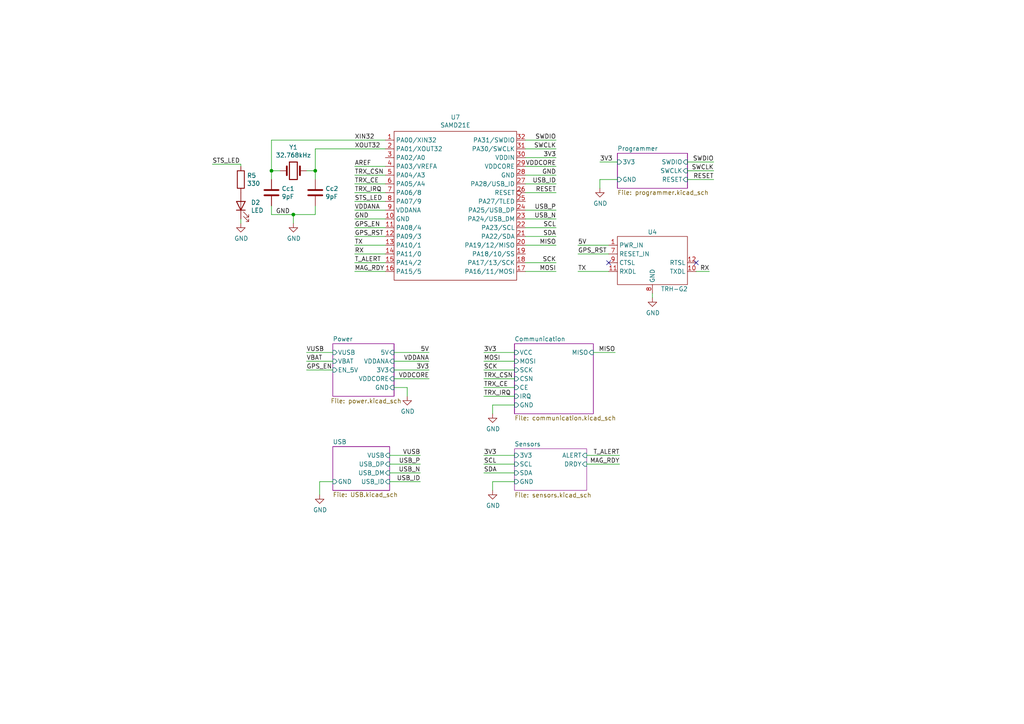
<source format=kicad_sch>
(kicad_sch (version 20200512) (host eeschema "5.99.0-unknown-57e35c9~88~ubuntu19.10.1")
  (page 1 6)
  (paper "A4")
  (lib_symbols
    (symbol "Device:C" (pin_numbers hide) (pin_names (offset 0.254))
      (property "Reference" "C" (at 0.635 2.54 0))
      (property "Value" "C" (at 0.635 -2.54 0))
      (symbol "C_0_1"
        (polyline (pts (xy -2.032 -0.762) (xy 2.032 -0.762)) (stroke (width 0.508)))
        (polyline (pts (xy -2.032 0.762) (xy 2.032 0.762)) (stroke (width 0.508)))
      )
      (symbol "C_1_1"
        (pin passive line (at 0 3.81 270) (length 2.794) (name "~") (number "1"))
        (pin passive line (at 0 -3.81 90) (length 2.794) (name "~") (number "2"))
      )
    )
    (symbol "Device:Crystal" (pin_numbers hide) (pin_names hide)
      (property "Reference" "Y" (at 0 3.81 0))
      (property "Value" "Crystal" (at 0 -3.81 0))
      (symbol "Crystal_0_1"
        (rectangle (start -1.143 2.54) (end 1.143 -2.54) (stroke (width 0.3048)))
        (polyline (pts (xy -2.54 0) (xy -1.905 0)))
        (polyline (pts (xy -1.905 -1.27) (xy -1.905 1.27)) (stroke (width 0.508)))
        (polyline (pts (xy 1.905 -1.27) (xy 1.905 1.27)) (stroke (width 0.508)))
        (polyline (pts (xy 2.54 0) (xy 1.905 0)))
      )
      (symbol "Crystal_1_1"
        (pin passive line (at -3.81 0 0) (length 1.27) (name "1") (number "1"))
        (pin passive line (at 3.81 0 180) (length 1.27) (name "2") (number "2"))
      )
    )
    (symbol "Device:LED" (pin_numbers hide) (pin_names hide)
      (property "Reference" "D" (at 0 2.54 0))
      (property "Value" "LED" (at 0 -2.54 0))
      (symbol "LED_0_1"
        (polyline (pts (xy -1.27 -1.27) (xy -1.27 1.27)) (stroke (width 0.254)))
        (polyline (pts (xy -1.27 0) (xy 1.27 0)))
        (polyline (pts (xy 1.27 -1.27) (xy 1.27 1.27) (xy -1.27 0) (xy 1.27 -1.27)) (stroke (width 0.254)))
        (polyline (pts (xy -3.048 -0.762) (xy -4.572 -2.286) (xy -3.81 -2.286) (xy -4.572 -2.286) (xy -4.572 -1.524)))
        (polyline (pts (xy -1.778 -0.762) (xy -3.302 -2.286) (xy -2.54 -2.286) (xy -3.302 -2.286) (xy -3.302 -1.524)))
      )
      (symbol "LED_1_1"
        (pin passive line (at -3.81 0 0) (length 2.54) (name "K") (number "1"))
        (pin passive line (at 3.81 0 180) (length 2.54) (name "A") (number "2"))
      )
    )
    (symbol "Device:R" (pin_numbers hide) (pin_names (offset 0))
      (property "Reference" "R" (at 2.032 0 90))
      (property "Value" "R" (at 0 0 90))
      (symbol "R_0_1"
        (rectangle (start -1.016 -2.54) (end 1.016 2.54) (stroke (width 0.254)))
      )
      (symbol "R_1_1"
        (pin passive line (at 0 3.81 270) (length 1.27) (name "~") (number "1"))
        (pin passive line (at 0 -3.81 90) (length 1.27) (name "~") (number "2"))
      )
    )
    (symbol "GPS:TRH-G2"
      (property "Reference" "U" (at 0 8.89 0))
      (property "Value" "TRH-G2" (at 6.35 -7.62 0))
      (symbol "TRH-G2_0_1"
        (rectangle (start -10.16 7.62) (end 10.16 -6.35))
      )
      (symbol "TRH-G2_1_1"
        (pin input line (at -12.7 5.08 0) (length 2.54) (name "PWR_IN") (number "1"))
        (pin output line (at 12.7 -2.54 180) (length 2.54) (name "TXDL") (number "10"))
        (pin input line (at -12.7 -2.54 0) (length 2.54) (name "RXDL") (number "11"))
        (pin output line (at 12.7 0 180) (length 2.54) (name "RTSL") (number "12"))
        (pin input line (at -12.7 5.08 0) (length 2.54) hide (name "PWR_IN") (number "2"))
        (pin input line (at 0 -8.89 90) (length 2.54) hide (name "PGND") (number "3"))
        (pin input line (at 0 -8.89 90) (length 2.54) hide (name "PGND") (number "4"))
        (pin input line (at 0 -8.89 90) (length 2.54) hide (name "-") (number "5"))
        (pin input line (at 0 -8.89 90) (length 2.54) hide (name "-") (number "6"))
        (pin input line (at -12.7 2.54 0) (length 2.54) (name "RESET_IN") (number "7"))
        (pin input line (at 0 -8.89 90) (length 2.54) (name "GND") (number "8"))
        (pin input line (at -12.7 0 0) (length 2.54) (name "CTSL") (number "9"))
      )
    )
    (symbol "SAMD21:SAMD21E"
      (property "Reference" "U" (at 0 22.86 0))
      (property "Value" "SAMD21E" (at 0 -22.86 0))
      (symbol "SAMD21E_0_1"
        (rectangle (start -17.78 21.59) (end 17.78 -21.59))
      )
      (symbol "SAMD21E_1_1"
        (pin input line (at -20.32 19.05 0) (length 2.54) (name "PA00/XIN32") (number "1"))
        (pin input line (at -20.32 -3.81 0) (length 2.54) (name "GND") (number "10"))
        (pin bidirectional line (at -20.32 -6.35 0) (length 2.54) (name "PA08/4") (number "11"))
        (pin bidirectional line (at -20.32 -8.89 0) (length 2.54) (name "PA09/3") (number "12"))
        (pin bidirectional line (at -20.32 -11.43 0) (length 2.54) (name "PA10/1") (number "13"))
        (pin bidirectional line (at -20.32 -13.97 0) (length 2.54) (name "PA11/0") (number "14"))
        (pin bidirectional line (at -20.32 -16.51 0) (length 2.54) (name "PA14/2") (number "15"))
        (pin input line (at -20.32 -19.05 0) (length 2.54) (name "PA15/5") (number "16"))
        (pin output line (at 20.32 -19.05 180) (length 2.54) (name "PA16/11/MOSI") (number "17"))
        (pin output line (at 20.32 -16.51 180) (length 2.54) (name "PA17/13/SCK") (number "18"))
        (pin bidirectional line (at 20.32 -13.97 180) (length 2.54) (name "PA18/10/SS") (number "19"))
        (pin input line (at -20.32 16.51 0) (length 2.54) (name "PA01/XOUT32") (number "2"))
        (pin input line (at 20.32 -11.43 180) (length 2.54) (name "PA19/12/MISO") (number "20"))
        (pin bidirectional line (at 20.32 -8.89 180) (length 2.54) (name "PA22/SDA") (number "21"))
        (pin output line (at 20.32 -6.35 180) (length 2.54) (name "PA23/SCL") (number "22"))
        (pin bidirectional line (at 20.32 -3.81 180) (length 2.54) (name "PA24/USB_DM") (number "23"))
        (pin bidirectional line (at 20.32 -1.27 180) (length 2.54) (name "PA25/USB_DP") (number "24"))
        (pin input line (at 20.32 1.27 180) (length 2.54) (name "PA27/TLED") (number "25"))
        (pin input inverted (at 20.32 3.81 180) (length 2.54) (name "RESET") (number "26"))
        (pin bidirectional line (at 20.32 6.35 180) (length 2.54) (name "PA28/USB_ID") (number "27"))
        (pin input line (at 20.32 8.89 180) (length 2.54) (name "GND") (number "28"))
        (pin input line (at 20.32 11.43 180) (length 2.54) (name "VDDCORE") (number "29"))
        (pin bidirectional line (at -20.32 13.97 0) (length 2.54) (name "PA02/A0") (number "3"))
        (pin input line (at 20.32 13.97 180) (length 2.54) (name "VDDIN") (number "30"))
        (pin input line (at 20.32 16.51 180) (length 2.54) (name "PA30/SWCLK") (number "31"))
        (pin input line (at 20.32 19.05 180) (length 2.54) (name "PA31/SWDIO") (number "32"))
        (pin input line (at -20.32 11.43 0) (length 2.54) (name "PA03/VREFA") (number "4"))
        (pin bidirectional line (at -20.32 8.89 0) (length 2.54) (name "PA04/A3") (number "5"))
        (pin bidirectional line (at -20.32 6.35 0) (length 2.54) (name "PA05/A4") (number "6"))
        (pin bidirectional line (at -20.32 3.81 0) (length 2.54) (name "PA06/8") (number "7"))
        (pin bidirectional line (at -20.32 1.27 0) (length 2.54) (name "PA07/9") (number "8"))
        (pin input line (at -20.32 -1.27 0) (length 2.54) (name "VDDANA") (number "9"))
      )
    )
    (symbol "power:GND" (power) (pin_names (offset 0))
      (property "Value" "GND" (at 0 -3.81 0))
      (symbol "GND_0_1"
        (polyline (pts (xy 0 0) (xy 0 -1.27) (xy 1.27 -1.27) (xy 0 -2.54) (xy -1.27 -1.27) (xy 0 -1.27)))
      )
      (symbol "GND_1_1"
        (pin power_in line (at 0 0 270) (length 0) hide (name "GND") (number "1"))
      )
    )
  )
  (junction (at 78.74 49.53))
  (junction (at 85.09 62.23))
  (junction (at 91.44 49.53))
  (no_connect (at 201.93 76.2))
  (no_connect (at 176.53 76.2))
  (wire (pts (xy 61.595 47.625) (xy 69.85 47.625)))
  (wire (pts (xy 69.85 47.625) (xy 69.85 48.26)))
  (wire (pts (xy 69.85 63.5) (xy 69.85 64.77)))
  (wire (pts (xy 78.74 40.64) (xy 78.74 49.53)))
  (wire (pts (xy 78.74 40.64) (xy 111.76 40.64)))
  (wire (pts (xy 78.74 49.53) (xy 78.74 52.07)))
  (wire (pts (xy 78.74 59.69) (xy 78.74 62.23)))
  (wire (pts (xy 78.74 62.23) (xy 85.09 62.23)))
  (wire (pts (xy 81.28 49.53) (xy 78.74 49.53)))
  (wire (pts (xy 85.09 62.23) (xy 85.09 64.77)))
  (wire (pts (xy 85.09 62.23) (xy 91.44 62.23)))
  (wire (pts (xy 88.9 49.53) (xy 91.44 49.53)))
  (wire (pts (xy 88.9 102.235) (xy 96.52 102.235)))
  (wire (pts (xy 88.9 104.775) (xy 96.52 104.775)))
  (wire (pts (xy 88.9 107.315) (xy 96.52 107.315)))
  (wire (pts (xy 91.44 43.18) (xy 91.44 49.53)))
  (wire (pts (xy 91.44 43.18) (xy 111.76 43.18)))
  (wire (pts (xy 91.44 49.53) (xy 91.44 52.07)))
  (wire (pts (xy 91.44 62.23) (xy 91.44 59.69)))
  (wire (pts (xy 92.71 139.7) (xy 92.71 143.51)))
  (wire (pts (xy 96.52 139.7) (xy 92.71 139.7)))
  (wire (pts (xy 102.87 48.26) (xy 111.76 48.26)))
  (wire (pts (xy 102.87 50.8) (xy 111.76 50.8)))
  (wire (pts (xy 102.87 55.88) (xy 111.76 55.88)))
  (wire (pts (xy 102.87 58.42) (xy 111.76 58.42)))
  (wire (pts (xy 102.87 63.5) (xy 111.76 63.5)))
  (wire (pts (xy 102.87 66.04) (xy 111.76 66.04)))
  (wire (pts (xy 102.87 71.12) (xy 111.76 71.12)))
  (wire (pts (xy 111.76 53.34) (xy 102.87 53.34)))
  (wire (pts (xy 111.76 60.96) (xy 102.87 60.96)))
  (wire (pts (xy 111.76 68.58) (xy 102.87 68.58)))
  (wire (pts (xy 111.76 73.66) (xy 102.87 73.66)))
  (wire (pts (xy 111.76 76.2) (xy 102.87 76.2)))
  (wire (pts (xy 111.76 78.74) (xy 102.87 78.74)))
  (wire (pts (xy 113.03 132.08) (xy 121.92 132.08)))
  (wire (pts (xy 113.03 139.7) (xy 121.92 139.7)))
  (wire (pts (xy 114.3 102.235) (xy 124.46 102.235)))
  (wire (pts (xy 114.3 107.315) (xy 124.46 107.315)))
  (wire (pts (xy 114.3 112.395) (xy 118.11 112.395)))
  (wire (pts (xy 118.11 112.395) (xy 118.11 114.935)))
  (wire (pts (xy 121.92 134.62) (xy 113.03 134.62)))
  (wire (pts (xy 121.92 137.16) (xy 113.03 137.16)))
  (wire (pts (xy 124.46 104.775) (xy 114.3 104.775)))
  (wire (pts (xy 124.46 109.855) (xy 114.3 109.855)))
  (wire (pts (xy 140.335 102.235) (xy 149.225 102.235)))
  (wire (pts (xy 140.335 107.315) (xy 149.225 107.315)))
  (wire (pts (xy 140.335 112.395) (xy 149.225 112.395)))
  (wire (pts (xy 140.335 132.08) (xy 149.225 132.08)))
  (wire (pts (xy 140.335 137.16) (xy 149.225 137.16)))
  (wire (pts (xy 142.875 117.475) (xy 142.875 120.015)))
  (wire (pts (xy 142.875 139.7) (xy 142.875 142.24)))
  (wire (pts (xy 149.225 104.775) (xy 140.335 104.775)))
  (wire (pts (xy 149.225 109.855) (xy 140.335 109.855)))
  (wire (pts (xy 149.225 114.935) (xy 140.335 114.935)))
  (wire (pts (xy 149.225 117.475) (xy 142.875 117.475)))
  (wire (pts (xy 149.225 134.62) (xy 140.335 134.62)))
  (wire (pts (xy 149.225 139.7) (xy 142.875 139.7)))
  (wire (pts (xy 152.4 40.64) (xy 161.29 40.64)))
  (wire (pts (xy 152.4 43.18) (xy 161.29 43.18)))
  (wire (pts (xy 152.4 45.72) (xy 161.29 45.72)))
  (wire (pts (xy 152.4 48.26) (xy 161.29 48.26)))
  (wire (pts (xy 152.4 50.8) (xy 161.29 50.8)))
  (wire (pts (xy 152.4 53.34) (xy 161.29 53.34)))
  (wire (pts (xy 152.4 55.88) (xy 161.29 55.88)))
  (wire (pts (xy 152.4 60.96) (xy 161.29 60.96)))
  (wire (pts (xy 152.4 63.5) (xy 161.29 63.5)))
  (wire (pts (xy 152.4 68.58) (xy 161.29 68.58)))
  (wire (pts (xy 152.4 71.12) (xy 161.29 71.12)))
  (wire (pts (xy 152.4 76.2) (xy 161.29 76.2)))
  (wire (pts (xy 152.4 78.74) (xy 161.29 78.74)))
  (wire (pts (xy 161.29 66.04) (xy 152.4 66.04)))
  (wire (pts (xy 167.64 71.12) (xy 176.53 71.12)))
  (wire (pts (xy 167.64 73.66) (xy 176.53 73.66)))
  (wire (pts (xy 167.64 78.74) (xy 176.53 78.74)))
  (wire (pts (xy 170.18 132.08) (xy 179.705 132.08)))
  (wire (pts (xy 170.18 134.62) (xy 179.705 134.62)))
  (wire (pts (xy 172.085 102.235) (xy 178.435 102.235)))
  (wire (pts (xy 173.99 52.07) (xy 173.99 54.61)))
  (wire (pts (xy 179.07 46.99) (xy 173.99 46.99)))
  (wire (pts (xy 179.07 52.07) (xy 173.99 52.07)))
  (wire (pts (xy 189.23 85.09) (xy 189.23 86.36)))
  (wire (pts (xy 199.39 46.99) (xy 207.01 46.99)))
  (wire (pts (xy 199.39 52.07) (xy 207.01 52.07)))
  (wire (pts (xy 201.93 78.74) (xy 205.74 78.74)))
  (wire (pts (xy 207.01 49.53) (xy 199.39 49.53)))
  (label "STS_LED" (at 61.595 47.625 0))
  (label "GND" (at 80.01 62.23 0))
  (label "VUSB" (at 88.9 102.235 0))
  (label "VBAT" (at 88.9 104.775 0))
  (label "GPS_EN" (at 88.9 107.315 0))
  (label "XIN32" (at 102.87 40.64 0))
  (label "XOUT32" (at 102.87 43.18 0))
  (label "AREF" (at 102.87 48.26 0))
  (label "TRX_CSN" (at 102.87 50.8 0))
  (label "TRX_CE" (at 102.87 53.34 0))
  (label "TRX_IRQ" (at 102.87 55.88 0))
  (label "STS_LED" (at 102.87 58.42 0))
  (label "VDDANA" (at 102.87 60.96 0))
  (label "GND" (at 102.87 63.5 0))
  (label "GPS_EN" (at 102.87 66.04 0))
  (label "GPS_RST" (at 102.87 68.58 0))
  (label "TX" (at 102.87 71.12 0))
  (label "RX" (at 102.87 73.66 0))
  (label "T_ALERT" (at 102.87 76.2 0))
  (label "MAG_RDY" (at 102.87 78.74 0))
  (label "VUSB" (at 121.92 132.08 180))
  (label "USB_P" (at 121.92 134.62 180))
  (label "USB_N" (at 121.92 137.16 180))
  (label "USB_ID" (at 121.92 139.7 180))
  (label "5V" (at 124.46 102.235 180))
  (label "VDDANA" (at 124.46 104.775 180))
  (label "3V3" (at 124.46 107.315 180))
  (label "VDDCORE" (at 124.46 109.855 180))
  (label "3V3" (at 140.335 102.235 0))
  (label "MOSI" (at 140.335 104.775 0))
  (label "SCK" (at 140.335 107.315 0))
  (label "TRX_CSN" (at 140.335 109.855 0))
  (label "TRX_CE" (at 140.335 112.395 0))
  (label "TRX_IRQ" (at 140.335 114.935 0))
  (label "3V3" (at 140.335 132.08 0))
  (label "SCL" (at 140.335 134.62 0))
  (label "SDA" (at 140.335 137.16 0))
  (label "SWDIO" (at 161.29 40.64 180))
  (label "SWCLK" (at 161.29 43.18 180))
  (label "3V3" (at 161.29 45.72 180))
  (label "VDDCORE" (at 161.29 48.26 180))
  (label "GND" (at 161.29 50.8 180))
  (label "USB_ID" (at 161.29 53.34 180))
  (label "RESET" (at 161.29 55.88 180))
  (label "USB_P" (at 161.29 60.96 180))
  (label "USB_N" (at 161.29 63.5 180))
  (label "SCL" (at 161.29 66.04 180))
  (label "SDA" (at 161.29 68.58 180))
  (label "MISO" (at 161.29 71.12 180))
  (label "SCK" (at 161.29 76.2 180))
  (label "MOSI" (at 161.29 78.74 180))
  (label "5V" (at 167.64 71.12 0))
  (label "GPS_RST" (at 167.64 73.66 0))
  (label "TX" (at 167.64 78.74 0))
  (label "3V3" (at 173.99 46.99 0))
  (label "MISO" (at 178.435 102.235 180))
  (label "T_ALERT" (at 179.705 132.08 180))
  (label "MAG_RDY" (at 179.705 134.62 180))
  (label "RX" (at 205.74 78.74 180))
  (label "SWDIO" (at 207.01 46.99 180))
  (label "SWCLK" (at 207.01 49.53 180))
  (label "RESET" (at 207.01 52.07 180))
  (symbol (lib_id "power:GND") (at 69.85 64.77 0) (unit 1)
    (property "Reference" "#PWR05" (effects hide))
    (property "Value" "GND" (at 69.977 69.1642 0))
  )
  (symbol (lib_id "power:GND") (at 85.09 64.77 0) (unit 1)
    (property "Reference" "#PWR01" (effects hide))
    (property "Value" "GND" (at 85.217 69.1642 0))
  )
  (symbol (lib_id "power:GND") (at 92.71 143.51 0) (unit 1)
    (property "Reference" "#PWR0104" (effects hide))
    (property "Value" "GND" (at 92.837 147.9042 0))
  )
  (symbol (lib_id "power:GND") (at 118.11 114.935 0) (unit 1)
    (property "Reference" "#PWR0106" (effects hide))
    (property "Value" "GND" (at 118.237 119.3292 0))
  )
  (symbol (lib_id "power:GND") (at 142.875 120.015 0) (unit 1)
    (property "Reference" "#PWR0105" (effects hide))
    (property "Value" "GND" (at 143.002 124.4092 0))
  )
  (symbol (lib_id "power:GND") (at 142.875 142.24 0) (unit 1)
    (property "Reference" "#PWR02" (effects hide))
    (property "Value" "GND" (at 143.002 146.6342 0))
  )
  (symbol (lib_id "power:GND") (at 173.99 54.61 0) (unit 1)
    (property "Reference" "#PWR0112" (effects hide))
    (property "Value" "GND" (at 174.117 59.0042 0))
  )
  (symbol (lib_id "power:GND") (at 189.23 86.36 0) (unit 1)
    (property "Reference" "#PWR0111" (effects hide))
    (property "Value" "GND" (at 189.357 90.7542 0))
  )
  (symbol (lib_id "Device:R") (at 69.85 52.07 0) (unit 1)
    (property "Reference" "R5" (at 71.6281 50.9206 0) (effects (justify left)))
    (property "Value" "330" (at 71.628 53.219 0) (effects (justify left)))
    (property "Footprint" "Resistor_SMD:R_0603_1608Metric_Pad1.05x0.95mm_HandSolder" (effects hide))
  )
  (symbol (lib_id "Device:LED") (at 69.85 59.69 90) (unit 1)
    (property "Reference" "D2" (at 72.7711 58.7311 90) (effects (justify right)))
    (property "Value" "LED" (at 72.7711 61.0298 90) (effects (justify right)))
    (property "Footprint" "LED_SMD:LED_0805_2012Metric_Pad1.15x1.40mm_HandSolder" (effects hide))
  )
  (symbol (lib_id "Device:C") (at 78.74 55.88 0) (unit 1)
    (property "Reference" "Cc1" (at 81.661 54.712 0) (effects (justify left)))
    (property "Value" "9pF" (at 81.661 57.023 0) (effects (justify left)))
    (property "Footprint" "Capacitor_SMD:C_0603_1608Metric_Pad1.05x0.95mm_HandSolder" (effects hide))
  )
  (symbol (lib_id "Device:C") (at 91.44 55.88 0) (unit 1)
    (property "Reference" "Cc2" (at 94.361 54.712 0) (effects (justify left)))
    (property "Value" "9pF" (at 94.361 57.023 0) (effects (justify left)))
    (property "Footprint" "Capacitor_SMD:C_0603_1608Metric_Pad1.05x0.95mm_HandSolder" (effects hide))
  )
  (symbol (lib_id "Device:Crystal") (at 85.09 49.53 0) (unit 1)
    (property "Reference" "Y1" (at 85.09 42.723 0))
    (property "Value" "32.768kHz" (at 85.09 45.0342 0))
    (property "Footprint" "Crystal:Crystal_SMD_EuroQuartz_EQ161-2Pin_3.2x1.5mm_HandSoldering" (effects hide))
  )
  (symbol (lib_id "GPS:TRH-G2") (at 189.23 76.2 0) (unit 1)
    (property "Reference" "U4" (at 189.23 67.31 0))
    (property "Value" "TRH-G2" (at 195.58 83.82 0))
    (property "Footprint" "GPS:TRH-G2_extended" (effects hide))
  )
  (symbol (lib_id "SAMD21:SAMD21E") (at 132.08 59.69 0) (unit 1)
    (property "Reference" "U7" (at 132.08 34.0168 0))
    (property "Value" "SAMD21E" (at 132.08 36.3155 0))
    (property "Footprint" "Package_QFP:TQFP-32_7x7mm_P0.8mm" (effects hide))
  )
  (sheet (at 149.225 99.695) (size 22.86 20.32) (stroke (width 0) (color 132 0 132 1)) (fill (color 255 255 255 0.0000))
    (property "Sheet name" "Communication" (at 149.225 99.0595 0) (effects (justify left bottom)))
    (property "Sheet file" "communication.kicad_sch" (at 149.225 120.5235 0) (effects (justify left top)))
    (pin "SCK" input (at 149.225 107.315 180))
    (pin "MOSI" input (at 149.225 104.775 180))
    (pin "MISO" input (at 172.085 102.235 0))
    (pin "GND" input (at 149.225 117.475 180))
    (pin "IRQ" input (at 149.225 114.935 180))
    (pin "CSN" input (at 149.225 109.855 180))
    (pin "CE" input (at 149.225 112.395 180))
    (pin "VCC" input (at 149.225 102.235 180))
  )
  (sheet (at 96.52 99.695) (size 17.78 15.24) (stroke (width 0) (color 132 0 132 1)) (fill (color 255 255 255 0.0000))
    (property "Sheet name" "Power" (at 96.52 99.0595 0) (effects (justify left bottom)))
    (property "Sheet file" "power.kicad_sch" (at 95.885 115.57 0) (effects (justify left top)))
    (pin "3V3" input (at 114.3 107.315 0))
    (pin "VDDANA" input (at 114.3 104.775 0))
    (pin "VDDCORE" input (at 114.3 109.855 0))
    (pin "GND" input (at 114.3 112.395 0))
    (pin "VUSB" input (at 96.52 102.235 180))
    (pin "VBAT" input (at 96.52 104.775 180))
    (pin "5V" input (at 114.3 102.235 0))
    (pin "EN_5V" input (at 96.52 107.315 180))
  )
  (sheet (at 179.07 44.45) (size 20.32 10.16) (stroke (width 0) (color 132 0 132 1)) (fill (color 255 255 255 0.0000))
    (property "Sheet name" "Programmer" (at 179.07 43.8145 0) (effects (justify left bottom)))
    (property "Sheet file" "programmer.kicad_sch" (at 179.07 55.1185 0) (effects (justify left top)))
    (pin "3V3" input (at 179.07 46.99 180))
    (pin "SWDIO" input (at 199.39 46.99 0))
    (pin "SWCLK" input (at 199.39 49.53 0))
    (pin "RESET" input (at 199.39 52.07 0))
    (pin "GND" input (at 179.07 52.07 180))
  )
  (sheet (at 149.225 130.175) (size 20.955 12.065) (stroke (width 0.001) (color 132 0 132 1)) (fill (color 255 255 255 0.0000))
    (property "Sheet name" "Sensors" (at 149.225 129.5391 0) (effects (justify left bottom)))
    (property "Sheet file" "sensors.kicad_sch" (at 149.225 142.875 0) (effects (justify left top)))
    (pin "GND" input (at 149.225 139.7 180))
    (pin "3V3" input (at 149.225 132.08 180))
    (pin "DRDY" input (at 170.18 134.62 0))
    (pin "SDA" input (at 149.225 137.16 180))
    (pin "SCL" input (at 149.225 134.62 180))
    (pin "ALERT" input (at 170.18 132.08 0))
  )
  (sheet (at 96.52 129.54) (size 16.51 12.7) (stroke (width 0) (color 132 0 132 1)) (fill (color 255 255 255 0.0000))
    (property "Sheet name" "USB" (at 96.52 128.9045 0) (effects (justify left bottom)))
    (property "Sheet file" "USB.kicad_sch" (at 96.52 142.7485 0) (effects (justify left top)))
    (pin "VUSB" input (at 113.03 132.08 0))
    (pin "USB_DP" input (at 113.03 134.62 0))
    (pin "USB_DM" input (at 113.03 137.16 0))
    (pin "USB_ID" input (at 113.03 139.7 0))
    (pin "GND" input (at 96.52 139.7 180))
  )
)
</source>
